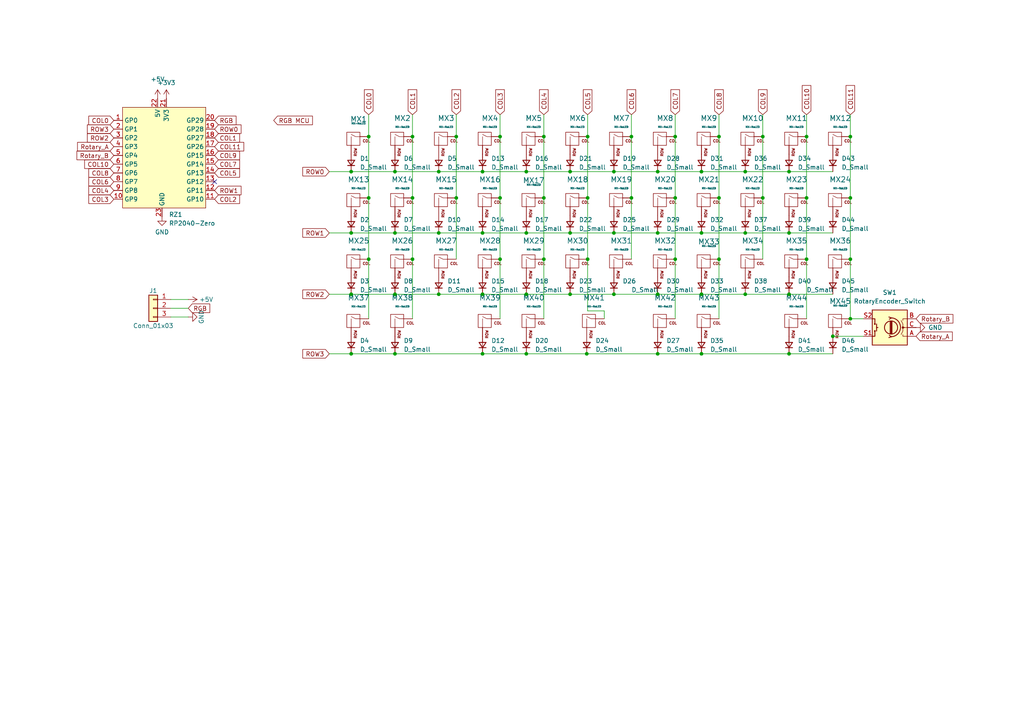
<source format=kicad_sch>
(kicad_sch (version 20230121) (generator eeschema)
  (paper "A4")
  (lib_symbols
    (symbol "Device:D_Small" (pin_numbers hide) (pin_names (offset 0.254) hide)
      (property "Reference" "D" (at -1.27 2.032 0))
      (property "Value" "D_Small" (at -3.81 -2.032 0))
      (symbol "D_Small_0_1"
        (polyline (pts (xy -0.762 -1.016) (xy -0.762 1.016)) (stroke (width 0.254)))
        (polyline (pts (xy -0.762 0) (xy 0.762 0)))
        (polyline (pts (xy 0.762 -1.016) (xy -0.762 0) (xy 0.762 1.016) (xy 0.762 -1.016)) (stroke (width 0.254)))
      )
      (symbol "D_Small_1_1"
        (pin passive line (at -2.54 0 0) (length 1.778) (name "K") (number "1"))
        (pin passive line (at 2.54 0 180) (length 1.778) (name "A") (number "2"))
      )
    )
    (symbol "Device:RotaryEncoder_Switch" (pin_names (offset 0.254) hide)
      (property "Reference" "SW" (at 0 6.604 0))
      (property "Value" "RotaryEncoder_Switch" (at 0 -6.604 0))
      (symbol "RotaryEncoder_Switch_0_1"
        (rectangle (start -5.08 5.08) (end 5.08 -5.08) (stroke (width 0.254)) (fill (type background)))
        (circle (center -3.81 0) (radius 0.254) (fill (type outline)))
        (circle (center -0.381 0) (radius 1.905) (stroke (width 0.254)))
        (arc (start -0.381 2.667) (mid -3.0988 -0.0635) (end -0.381 -2.794) (stroke (width 0.254)))
        (polyline (pts (xy -0.635 -1.778) (xy -0.635 1.778)) (stroke (width 0.254)))
        (polyline (pts (xy -0.381 -1.778) (xy -0.381 1.778)) (stroke (width 0.254)))
        (polyline (pts (xy -0.127 1.778) (xy -0.127 -1.778)) (stroke (width 0.254)))
        (polyline (pts (xy 3.81 0) (xy 3.429 0)) (stroke (width 0.254)))
        (polyline (pts (xy 3.81 1.016) (xy 3.81 -1.016)) (stroke (width 0.254)))
        (polyline (pts (xy -5.08 -2.54) (xy -3.81 -2.54) (xy -3.81 -2.032)))
        (polyline (pts (xy -5.08 2.54) (xy -3.81 2.54) (xy -3.81 2.032)))
        (polyline (pts (xy 0.254 -3.048) (xy -0.508 -2.794) (xy 0.127 -2.413)) (stroke (width 0.254)))
        (polyline (pts (xy 0.254 2.921) (xy -0.508 2.667) (xy 0.127 2.286)) (stroke (width 0.254)))
        (polyline (pts (xy 5.08 -2.54) (xy 4.318 -2.54) (xy 4.318 -1.016)) (stroke (width 0.254)))
        (polyline (pts (xy 5.08 2.54) (xy 4.318 2.54) (xy 4.318 1.016)) (stroke (width 0.254)))
        (polyline (pts (xy -5.08 0) (xy -3.81 0) (xy -3.81 -1.016) (xy -3.302 -2.032)))
        (polyline (pts (xy -4.318 0) (xy -3.81 0) (xy -3.81 1.016) (xy -3.302 2.032)))
        (circle (center 4.318 -1.016) (radius 0.127) (stroke (width 0.254)))
        (circle (center 4.318 1.016) (radius 0.127) (stroke (width 0.254)))
      )
      (symbol "RotaryEncoder_Switch_1_1"
        (pin passive line (at -7.62 2.54 0) (length 2.54) (name "A") (number "A"))
        (pin passive line (at -7.62 -2.54 0) (length 2.54) (name "B") (number "B"))
        (pin passive line (at -7.62 0 0) (length 2.54) (name "C") (number "C"))
        (pin passive line (at 7.62 2.54 180) (length 2.54) (name "S1") (number "S1"))
        (pin passive line (at 7.62 -2.54 180) (length 2.54) (name "S2") (number "S2"))
      )
    )
    (symbol "MX_Alps_Hybrid:MX-NoLED" (pin_names (offset 1.016))
      (property "Reference" "MX" (at -0.635 3.81 0))
      (property "Value" "MX-NoLED" (at -0.635 1.27 0))
      (symbol "MX-NoLED_0_0"
        (rectangle (start -2.54 2.54) (end 1.27 -1.27))
        (polyline (pts (xy -1.27 -1.27) (xy -1.27 1.27)) (stroke (width 0.127)))
        (polyline (pts (xy 1.27 1.27) (xy 0 1.27) (xy -1.27 1.905)) (stroke (width 0.127)))
        (text "COL" (at 3.175 0 0) (effects (font (size 0.762 0.762))))
        (text "ROW" (at 0 -1.905 900) (effects (font (size 0.762 0.762)) (justify right)))
      )
      (symbol "MX-NoLED_1_1"
        (pin passive line (at 3.81 1.27 180) (length 2.54) (name "COL") (number "1"))
        (pin passive line (at -1.27 -3.81 90) (length 2.54) (name "ROW") (number "2"))
      )
    )
    (symbol "alpha_pro_micro-rescue:Conn_01x03" (pin_names (offset 1.016) hide)
      (property "Reference" "J" (at 0 5.08 0))
      (property "Value" "Conn_01x03" (at 0 -5.08 0))
      (symbol "Conn_01x03_1_1"
        (rectangle (start -1.27 -2.413) (end 0 -2.667) (stroke (width 0.1524)))
        (rectangle (start -1.27 0.127) (end 0 -0.127) (stroke (width 0.1524)))
        (rectangle (start -1.27 2.667) (end 0 2.413) (stroke (width 0.1524)))
        (rectangle (start -1.27 3.81) (end 1.27 -3.81) (stroke (width 0.254)) (fill (type background)))
        (pin passive line (at -5.08 2.54 0) (length 3.81) (name "Pin_1") (number "1"))
        (pin passive line (at -5.08 0 0) (length 3.81) (name "Pin_2") (number "2"))
        (pin passive line (at -5.08 -2.54 0) (length 3.81) (name "Pin_3") (number "3"))
      )
    )
    (symbol "power:+3V3" (power) (pin_names (offset 0))
      (property "Value" "+3V3" (at 0 3.556 0))
      (symbol "+3V3_0_1"
        (polyline (pts (xy -0.762 1.27) (xy 0 2.54)))
        (polyline (pts (xy 0 0) (xy 0 2.54)))
        (polyline (pts (xy 0 2.54) (xy 0.762 1.27)))
      )
      (symbol "+3V3_1_1"
        (pin power_in line (at 0 0 90) (length 0) hide (name "+3V3") (number "1"))
      )
    )
    (symbol "power:+5V" (power) (pin_names (offset 0))
      (property "Value" "+5V" (at 0 3.556 0))
      (symbol "+5V_0_1"
        (polyline (pts (xy -0.762 1.27) (xy 0 2.54)))
        (polyline (pts (xy 0 0) (xy 0 2.54)))
        (polyline (pts (xy 0 2.54) (xy 0.762 1.27)))
      )
      (symbol "+5V_1_1"
        (pin power_in line (at 0 0 90) (length 0) hide (name "+5V") (number "1"))
      )
    )
    (symbol "power:GND" (power) (pin_names (offset 0))
      (property "Value" "GND" (at 0 -3.81 0))
      (symbol "GND_0_1"
        (polyline (pts (xy 0 0) (xy 0 -1.27) (xy 1.27 -1.27) (xy 0 -2.54) (xy -1.27 -1.27) (xy 0 -1.27)))
      )
      (symbol "GND_1_1"
        (pin power_in line (at 0 0 270) (length 0) hide (name "GND") (number "1"))
      )
    )
    (symbol "rp2040-zero:RP2040-Zero"
      (property "Reference" "RZ" (at 0 0 0))
      (property "Value" "RP2040-Zero" (at 0 -2.54 0))
      (symbol "RP2040-Zero_0_1"
        (rectangle (start -11.43 -15.24) (end 12.7 13.97) (fill (type background)))
      )
      (symbol "RP2040-Zero_1_1"
        (pin bidirectional line (at -13.97 10.16 0) (length 2.54) (name "GP0") (number "1"))
        (pin bidirectional line (at -13.97 -12.7 0) (length 2.54) (name "GP9") (number "10"))
        (pin bidirectional line (at 15.24 -12.7 180) (length 2.54) (name "GP10") (number "11"))
        (pin bidirectional line (at 15.24 -10.16 180) (length 2.54) (name "GP11") (number "12"))
        (pin bidirectional line (at 15.24 -7.62 180) (length 2.54) (name "GP12") (number "13"))
        (pin bidirectional line (at 15.24 -5.08 180) (length 2.54) (name "GP13") (number "14"))
        (pin bidirectional line (at 15.24 -2.54 180) (length 2.54) (name "GP14") (number "15"))
        (pin bidirectional line (at 15.24 0 180) (length 2.54) (name "GP15") (number "16"))
        (pin bidirectional line (at 15.24 2.54 180) (length 2.54) (name "GP26") (number "17"))
        (pin bidirectional line (at 15.24 5.08 180) (length 2.54) (name "GP27") (number "18"))
        (pin bidirectional line (at 15.24 7.62 180) (length 2.54) (name "GP28") (number "19"))
        (pin bidirectional line (at -13.97 7.62 0) (length 2.54) (name "GP1") (number "2"))
        (pin bidirectional line (at 15.24 10.16 180) (length 2.54) (name "GP29") (number "20"))
        (pin power_in line (at 1.27 16.51 270) (length 2.54) (name "3V3") (number "21"))
        (pin power_in line (at -1.27 16.51 270) (length 2.54) (name "5V") (number "22"))
        (pin power_in line (at 0 -17.78 90) (length 2.54) (name "GND") (number "23"))
        (pin bidirectional line (at -13.97 5.08 0) (length 2.54) (name "GP2") (number "3"))
        (pin bidirectional line (at -13.97 2.54 0) (length 2.54) (name "GP3") (number "4"))
        (pin bidirectional line (at -13.97 0 0) (length 2.54) (name "GP4") (number "5"))
        (pin bidirectional line (at -13.97 -2.54 0) (length 2.54) (name "GP5") (number "6"))
        (pin bidirectional line (at -13.97 -5.08 0) (length 2.54) (name "GP6") (number "7"))
        (pin bidirectional line (at -13.97 -7.62 0) (length 2.54) (name "GP7") (number "8"))
        (pin bidirectional line (at -13.97 -10.16 0) (length 2.54) (name "GP8") (number "9"))
      )
    )
  )
  (junction (at 190.754 85.344))
  (junction (at 195.834 75.184))
  (junction (at 165.354 85.344))
  (junction (at 228.854 102.616))
  (junction (at 139.954 67.564))
  (junction (at 246.634 92.456))
  (junction (at 241.554 97.536))
  (junction (at 178.054 67.564))
  (junction (at 208.534 57.404))
  (junction (at 152.654 102.616))
  (junction (at 170.18 102.616))
  (junction (at 101.854 67.564))
  (junction (at 216.154 85.344))
  (junction (at 157.734 57.404))
  (junction (at 170.434 57.404))
  (junction (at 195.834 57.404))
  (junction (at 132.334 39.624))
  (junction (at 139.954 49.784))
  (junction (at 228.854 85.344))
  (junction (at 165.354 49.784))
  (junction (at 119.634 57.404))
  (junction (at 190.754 102.616))
  (junction (at 152.654 85.344))
  (junction (at 101.854 85.344))
  (junction (at 246.634 75.184))
  (junction (at 101.854 49.784))
  (junction (at 233.934 39.624))
  (junction (at 119.634 75.184))
  (junction (at 208.534 39.624))
  (junction (at 145.034 75.184))
  (junction (at 165.354 67.564))
  (junction (at 208.534 75.184))
  (junction (at 101.854 102.616))
  (junction (at 203.454 102.616))
  (junction (at 203.454 85.344))
  (junction (at 114.554 49.784))
  (junction (at 195.834 39.624))
  (junction (at 216.154 49.784))
  (junction (at 145.034 39.624))
  (junction (at 139.954 102.616))
  (junction (at 114.554 67.564))
  (junction (at 178.054 49.784))
  (junction (at 178.054 85.344))
  (junction (at 246.634 57.404))
  (junction (at 127.254 85.344))
  (junction (at 132.334 57.404))
  (junction (at 114.554 102.616))
  (junction (at 170.434 39.624))
  (junction (at 233.934 57.404))
  (junction (at 114.554 85.344))
  (junction (at 221.234 57.404))
  (junction (at 221.234 39.624))
  (junction (at 170.434 75.184))
  (junction (at 228.854 49.784))
  (junction (at 228.854 67.564))
  (junction (at 127.254 49.784))
  (junction (at 152.654 67.564))
  (junction (at 246.634 39.624))
  (junction (at 157.734 39.624))
  (junction (at 145.034 57.404))
  (junction (at 183.134 39.624))
  (junction (at 203.454 49.784))
  (junction (at 106.934 57.404))
  (junction (at 106.934 75.184))
  (junction (at 216.154 67.564))
  (junction (at 190.754 49.784))
  (junction (at 119.634 39.624))
  (junction (at 203.454 67.564))
  (junction (at 152.654 49.784))
  (junction (at 157.734 75.184))
  (junction (at 106.934 39.624))
  (junction (at 233.934 75.184))
  (junction (at 139.954 85.344))
  (junction (at 127.254 67.564))
  (junction (at 183.134 57.404))
  (junction (at 190.754 67.564))
  (no_connect (at 62.23 52.705))
  (wire (pts (xy 95.504 49.784) (xy 101.854 49.784)))
  (wire (pts (xy 228.854 102.616) (xy 241.554 102.616)))
  (wire (pts (xy 106.934 33.274) (xy 106.934 39.624)))
  (wire (pts (xy 122.555 236.855) (xy 122.555 230.505)))
  (wire (pts (xy 183.134 39.624) (xy 183.134 57.404)))
  (wire (pts (xy 221.234 57.404) (xy 221.234 75.184)))
  (wire (pts (xy 203.454 67.564) (xy 216.154 67.564)))
  (wire (pts (xy 170.434 33.274) (xy 170.434 39.624)))
  (wire (pts (xy 106.934 39.624) (xy 106.934 57.404)))
  (wire (pts (xy 203.454 102.616) (xy 228.854 102.616)))
  (wire (pts (xy 190.754 67.564) (xy 203.454 67.564)))
  (wire (pts (xy 157.734 57.404) (xy 157.734 75.184)))
  (wire (pts (xy 139.954 85.344) (xy 152.654 85.344)))
  (wire (pts (xy 216.154 49.784) (xy 228.854 49.784)))
  (wire (pts (xy 139.954 49.784) (xy 152.654 49.784)))
  (wire (pts (xy 246.634 75.184) (xy 246.634 92.456)))
  (wire (pts (xy 152.654 67.564) (xy 165.354 67.564)))
  (wire (pts (xy 246.634 33.274) (xy 246.634 39.624)))
  (wire (pts (xy 246.634 39.624) (xy 246.634 57.404)))
  (wire (pts (xy 175.26 90.17) (xy 175.26 92.456)))
  (wire (pts (xy 183.134 57.404) (xy 183.134 75.184)))
  (wire (pts (xy 54.61 91.948) (xy 49.53 91.948)))
  (wire (pts (xy 119.634 57.404) (xy 119.634 75.184)))
  (wire (pts (xy 178.054 85.344) (xy 190.754 85.344)))
  (wire (pts (xy 233.934 33.274) (xy 233.934 39.624)))
  (wire (pts (xy 208.534 33.274) (xy 208.534 39.624)))
  (wire (pts (xy 95.504 102.616) (xy 101.854 102.616)))
  (wire (pts (xy 132.334 33.274) (xy 132.334 39.624)))
  (wire (pts (xy 145.034 39.624) (xy 145.034 57.404)))
  (wire (pts (xy 221.234 33.274) (xy 221.234 39.624)))
  (wire (pts (xy 170.18 102.616) (xy 190.754 102.616)))
  (wire (pts (xy 95.504 67.564) (xy 101.854 67.564)))
  (wire (pts (xy 208.534 57.404) (xy 208.534 75.184)))
  (wire (pts (xy 106.934 57.404) (xy 106.934 75.184)))
  (wire (pts (xy 145.034 92.456) (xy 145.034 75.184)))
  (wire (pts (xy 165.354 67.564) (xy 178.054 67.564)))
  (wire (pts (xy 123.825 229.235) (xy 123.825 234.315)))
  (wire (pts (xy 178.054 67.564) (xy 190.754 67.564)))
  (wire (pts (xy 170.434 90.17) (xy 175.26 90.17)))
  (wire (pts (xy 114.554 49.784) (xy 127.254 49.784)))
  (wire (pts (xy 127.254 67.564) (xy 139.954 67.564)))
  (wire (pts (xy 233.934 39.624) (xy 233.934 57.404)))
  (wire (pts (xy 216.154 85.344) (xy 228.854 85.344)))
  (wire (pts (xy 190.754 102.616) (xy 203.454 102.616)))
  (wire (pts (xy 203.454 49.784) (xy 216.154 49.784)))
  (wire (pts (xy 152.654 85.344) (xy 165.354 85.344)))
  (wire (pts (xy 195.834 75.184) (xy 195.834 92.456)))
  (wire (pts (xy 95.504 85.344) (xy 101.854 85.344)))
  (wire (pts (xy 250.444 92.456) (xy 246.634 92.456)))
  (wire (pts (xy 54.61 86.868) (xy 49.53 86.868)))
  (wire (pts (xy 127.254 49.784) (xy 139.954 49.784)))
  (wire (pts (xy 119.634 39.624) (xy 119.634 57.404)))
  (wire (pts (xy 152.654 102.616) (xy 170.18 102.616)))
  (wire (pts (xy 54.61 89.408) (xy 49.53 89.408)))
  (wire (pts (xy 165.354 85.344) (xy 178.054 85.344)))
  (wire (pts (xy 101.854 49.784) (xy 114.554 49.784)))
  (wire (pts (xy 114.554 102.616) (xy 139.954 102.616)))
  (wire (pts (xy 132.334 57.404) (xy 132.334 75.184)))
  (wire (pts (xy 152.654 49.784) (xy 165.354 49.784)))
  (wire (pts (xy 139.954 67.564) (xy 152.654 67.564)))
  (wire (pts (xy 119.634 75.184) (xy 119.634 92.456)))
  (wire (pts (xy 165.354 49.784) (xy 178.054 49.784)))
  (wire (pts (xy 183.134 33.274) (xy 183.134 39.624)))
  (wire (pts (xy 101.854 67.564) (xy 114.554 67.564)))
  (wire (pts (xy 139.954 102.616) (xy 152.654 102.616)))
  (wire (pts (xy 228.854 85.344) (xy 241.554 85.344)))
  (wire (pts (xy 157.734 39.624) (xy 157.734 57.404)))
  (wire (pts (xy 195.834 33.274) (xy 195.834 39.624)))
  (wire (pts (xy 208.534 92.456) (xy 208.534 75.184)))
  (wire (pts (xy 123.825 236.855) (xy 122.555 236.855)))
  (wire (pts (xy 157.734 75.184) (xy 157.734 92.456)))
  (wire (pts (xy 106.934 75.184) (xy 106.934 92.456)))
  (wire (pts (xy 228.854 49.784) (xy 241.554 49.784)))
  (wire (pts (xy 145.034 57.404) (xy 145.034 75.184)))
  (wire (pts (xy 216.154 67.564) (xy 228.854 67.564)))
  (wire (pts (xy 145.034 33.274) (xy 145.034 39.624)))
  (wire (pts (xy 233.934 57.404) (xy 233.934 75.184)))
  (wire (pts (xy 246.634 57.404) (xy 246.634 75.184)))
  (wire (pts (xy 114.554 67.564) (xy 127.254 67.564)))
  (wire (pts (xy 170.434 75.184) (xy 170.434 90.17)))
  (wire (pts (xy 195.834 39.624) (xy 195.834 57.404)))
  (wire (pts (xy 101.854 85.344) (xy 114.554 85.344)))
  (wire (pts (xy 127.254 85.344) (xy 139.954 85.344)))
  (wire (pts (xy 241.554 97.536) (xy 250.444 97.536)))
  (wire (pts (xy 114.554 85.344) (xy 127.254 85.344)))
  (wire (pts (xy 195.834 57.404) (xy 195.834 75.184)))
  (wire (pts (xy 157.734 33.274) (xy 157.734 39.624)))
  (wire (pts (xy 190.754 85.344) (xy 203.454 85.344)))
  (wire (pts (xy 101.854 102.616) (xy 114.554 102.616)))
  (wire (pts (xy 228.854 67.564) (xy 241.554 67.564)))
  (wire (pts (xy 221.234 39.624) (xy 221.234 57.404)))
  (wire (pts (xy 170.434 57.404) (xy 170.434 75.184)))
  (wire (pts (xy 170.434 39.624) (xy 170.434 57.404)))
  (wire (pts (xy 178.054 49.784) (xy 190.754 49.784)))
  (wire (pts (xy 203.454 85.344) (xy 216.154 85.344)))
  (wire (pts (xy 132.334 39.624) (xy 132.334 57.404)))
  (wire (pts (xy 190.754 49.784) (xy 203.454 49.784)))
  (wire (pts (xy 119.634 33.274) (xy 119.634 39.624)))
  (wire (pts (xy 233.934 92.456) (xy 233.934 75.184)))
  (wire (pts (xy 208.534 39.624) (xy 208.534 57.404)))
  (global_label "Rotary_B" (shape input) (at 33.02 45.085 180) (property "Intersheetrefs" "${INTERSHEET_REFS}" (effects hide)))
  (global_label "Rotary_B" (shape input) (at 265.684 92.456 0) (property "Intersheetrefs" "${INTERSHEET_REFS}" (effects hide)))
  (global_label "COL2" (shape input) (at 62.23 57.785 0) (property "Intersheetrefs" "${INTERSHEET_REFS}" (effects hide)))
  (global_label "COL0" (shape input) (at 33.02 34.925 180) (property "Intersheetrefs" "${INTERSHEET_REFS}" (effects hide)))
  (global_label "COL10" (shape input) (at 233.934 33.274 90) (property "Intersheetrefs" "${INTERSHEET_REFS}" (effects hide)))
  (global_label "RGB" (shape input) (at 54.61 89.408 0) (property "Intersheetrefs" "${INTERSHEET_REFS}" (effects hide)))
  (global_label "COL3" (shape input) (at 145.034 33.274 90) (property "Intersheetrefs" "${INTERSHEET_REFS}" (effects hide)))
  (global_label "ROW0" (shape input) (at 62.23 37.465 0) (property "Intersheetrefs" "${INTERSHEET_REFS}" (effects hide)))
  (global_label "COL7" (shape input) (at 62.23 47.625 0) (property "Intersheetrefs" "${INTERSHEET_REFS}" (effects hide)))
  (global_label "COL4" (shape input) (at 33.02 55.245 180) (property "Intersheetrefs" "${INTERSHEET_REFS}" (effects hide)))
  (global_label "ROW1" (shape input) (at 95.504 67.564 180) (property "Intersheetrefs" "${INTERSHEET_REFS}" (effects hide)))
  (global_label "COL9" (shape input) (at 221.234 33.274 90) (property "Intersheetrefs" "${INTERSHEET_REFS}" (effects hide)))
  (global_label "COL1" (shape input) (at 119.634 33.274 90) (property "Intersheetrefs" "${INTERSHEET_REFS}" (effects hide)))
  (global_label "ROW1" (shape input) (at 62.23 55.245 0) (property "Intersheetrefs" "${INTERSHEET_REFS}" (effects hide)))
  (global_label "COL5" (shape input) (at 170.434 33.274 90) (property "Intersheetrefs" "${INTERSHEET_REFS}" (effects hide)))
  (global_label "COL6" (shape input) (at 33.02 52.705 180) (property "Intersheetrefs" "${INTERSHEET_REFS}" (effects hide)))
  (global_label "RGB MCU" (shape input) (at 79.375 34.925 0) (property "Intersheetrefs" "${INTERSHEET_REFS}" (effects hide)))
  (global_label "COL5" (shape input) (at 62.23 50.165 0) (property "Intersheetrefs" "${INTERSHEET_REFS}" (effects hide)))
  (global_label "Rotary_A" (shape input) (at 265.684 97.536 0) (property "Intersheetrefs" "${INTERSHEET_REFS}" (effects hide)))
  (global_label "COL3" (shape input) (at 33.02 57.785 180) (property "Intersheetrefs" "${INTERSHEET_REFS}" (effects hide)))
  (global_label "COL8" (shape input) (at 33.02 50.165 180) (property "Intersheetrefs" "${INTERSHEET_REFS}" (effects hide)))
  (global_label "ROW3" (shape input) (at 33.02 37.465 180) (property "Intersheetrefs" "${INTERSHEET_REFS}" (effects hide)))
  (global_label "ROW0" (shape input) (at 95.504 49.784 180) (property "Intersheetrefs" "${INTERSHEET_REFS}" (effects hide)))
  (global_label "ROW3" (shape input) (at 95.504 102.616 180) (property "Intersheetrefs" "${INTERSHEET_REFS}" (effects hide)))
  (global_label "ROW2" (shape input) (at 95.504 85.344 180) (property "Intersheetrefs" "${INTERSHEET_REFS}" (effects hide)))
  (global_label "COL1" (shape input) (at 62.23 40.005 0) (property "Intersheetrefs" "${INTERSHEET_REFS}" (effects hide)))
  (global_label "COL11" (shape input) (at 246.634 33.274 90) (property "Intersheetrefs" "${INTERSHEET_REFS}" (effects hide)))
  (global_label "COL0" (shape input) (at 106.934 33.274 90) (property "Intersheetrefs" "${INTERSHEET_REFS}" (effects hide)))
  (global_label "RGB" (shape input) (at 62.23 34.925 0) (property "Intersheetrefs" "${INTERSHEET_REFS}" (effects hide)))
  (global_label "COL4" (shape input) (at 157.734 33.274 90) (property "Intersheetrefs" "${INTERSHEET_REFS}" (effects hide)))
  (global_label "COL2" (shape input) (at 132.334 33.274 90) (property "Intersheetrefs" "${INTERSHEET_REFS}" (effects hide)))
  (global_label "COL6" (shape input) (at 183.134 33.274 90) (property "Intersheetrefs" "${INTERSHEET_REFS}" (effects hide)))
  (global_label "ROW2" (shape input) (at 33.02 40.005 180) (property "Intersheetrefs" "${INTERSHEET_REFS}" (effects hide)))
  (global_label "COL9" (shape input) (at 62.23 45.085 0) (property "Intersheetrefs" "${INTERSHEET_REFS}" (effects hide)))
  (global_label "Rotary_A" (shape input) (at 33.02 42.545 180) (property "Intersheetrefs" "${INTERSHEET_REFS}" (effects hide)))
  (global_label "COL10" (shape input) (at 33.02 47.625 180) (property "Intersheetrefs" "${INTERSHEET_REFS}" (effects hide)))
  (global_label "COL7" (shape input) (at 195.834 33.274 90) (property "Intersheetrefs" "${INTERSHEET_REFS}" (effects hide)))
  (global_label "COL11" (shape input) (at 62.23 42.545 0) (property "Intersheetrefs" "${INTERSHEET_REFS}" (effects hide)))
  (global_label "COL8" (shape input) (at 208.534 33.274 90) (property "Intersheetrefs" "${INTERSHEET_REFS}" (effects hide)))
  (symbol (lib_id "Device:D_Small") (at 241.554 82.804 90) (unit 1)
    (property "Reference" "D45" (at 244.094 81.5339 90) (effects (justify right)))
    (property "Value" "D_Small" (at 244.094 84.0739 90) (effects (justify right)))
    (property "Footprint" "Keebio-Parts:Diode-Hybrid-Back" (effects hide))
  )
  (symbol (lib_id "MX_Alps_Hybrid:MX-NoLED") (at 230.124 93.726 0) (unit 1)
    (property "Reference" "MX44" (at 231.0096 86.36 0) (effects (font (size 1.524 1.524))))
    (property "Value" "MX-NoLED" (at 231.0096 88.9 0) (effects (font (size 0.508 0.508))))
    (property "Footprint" "MX_Only:MXOnly-1U-NoLED" (effects hide))
  )
  (symbol (lib_id "Device:D_Small") (at 228.854 65.024 90) (unit 1)
    (property "Reference" "D39" (at 231.394 63.7539 90) (effects (justify right)))
    (property "Value" "D_Small" (at 231.394 66.2939 90) (effects (justify right)))
    (property "Footprint" "Keebio-Parts:Diode-Hybrid-Back" (effects hide))
  )
  (symbol (lib_id "MX_Alps_Hybrid:MX-NoLED") (at 166.624 40.894 0) (unit 1)
    (property "Reference" "MX6" (at 167.5096 34.29 0) (effects (font (size 1.524 1.524))))
    (property "Value" "MX-NoLED" (at 167.5096 36.83 0) (effects (font (size 0.508 0.508))))
    (property "Footprint" "MX_Only:MXOnly-1U-NoLED" (effects hide))
  )
  (symbol (lib_id "MX_Alps_Hybrid:MX-NoLED") (at 171.45 93.726 0) (unit 1)
    (property "Reference" "MX41" (at 172.3356 86.36 0) (effects (font (size 1.524 1.524))))
    (property "Value" "MX-NoLED" (at 172.3356 88.9 0) (effects (font (size 0.508 0.508))))
    (property "Footprint" "MX_Only:MXOnly-7U-ReversedStabilizers-NoLED" (effects hide))
  )
  (symbol (lib_id "Device:D_Small") (at 114.554 82.804 90) (unit 1)
    (property "Reference" "D8" (at 117.094 81.5339 90) (effects (justify right)))
    (property "Value" "D_Small" (at 117.094 84.0739 90) (effects (justify right)))
    (property "Footprint" "Keebio-Parts:Diode-Hybrid-Back" (effects hide))
  )
  (symbol (lib_id "Device:D_Small") (at 203.454 47.244 90) (unit 1)
    (property "Reference" "D31" (at 205.994 45.9739 90) (effects (justify right)))
    (property "Value" "D_Small" (at 205.994 48.5139 90) (effects (justify right)))
    (property "Footprint" "Keebio-Parts:Diode-Hybrid-Back" (effects hide))
  )
  (symbol (lib_id "MX_Alps_Hybrid:MX-NoLED") (at 115.824 40.894 0) (unit 1)
    (property "Reference" "MX2" (at 116.7096 34.29 0) (effects (font (size 1.524 1.524))))
    (property "Value" "MX-NoLED" (at 116.7096 36.83 0) (effects (font (size 0.508 0.508))))
    (property "Footprint" "MX_Only:MXOnly-1U-NoLED" (effects hide))
  )
  (symbol (lib_id "MX_Alps_Hybrid:MX-NoLED") (at 115.824 76.454 0) (unit 1)
    (property "Reference" "MX26" (at 116.7096 69.85 0) (effects (font (size 1.524 1.524))))
    (property "Value" "MX-NoLED" (at 116.7096 72.39 0) (effects (font (size 0.508 0.508))))
    (property "Footprint" "MX_Only:MXOnly-1U-NoLED" (effects hide))
  )
  (symbol (lib_id "Device:D_Small") (at 170.18 100.076 90) (unit 1)
    (property "Reference" "D24" (at 172.72 98.8059 90) (effects (justify right)))
    (property "Value" "D_Small" (at 172.72 101.3459 90) (effects (justify right)))
    (property "Footprint" "Keebio-Parts:Diode-Hybrid-Back" (effects hide))
  )
  (symbol (lib_id "MX_Alps_Hybrid:MX-NoLED") (at 141.224 40.894 0) (unit 1)
    (property "Reference" "MX4" (at 142.1096 34.29 0) (effects (font (size 1.524 1.524))))
    (property "Value" "MX-NoLED" (at 142.1096 36.83 0) (effects (font (size 0.508 0.508))))
    (property "Footprint" "MX_Only:MXOnly-1U-NoLED" (effects hide))
  )
  (symbol (lib_id "Device:D_Small") (at 190.754 100.076 90) (unit 1)
    (property "Reference" "D27" (at 193.294 98.8059 90) (effects (justify right)))
    (property "Value" "D_Small" (at 193.294 101.3459 90) (effects (justify right)))
    (property "Footprint" "Keebio-Parts:Diode-Hybrid-Back" (effects hide))
  )
  (symbol (lib_id "MX_Alps_Hybrid:MX-NoLED") (at 192.024 76.454 0) (unit 1)
    (property "Reference" "MX32" (at 192.9096 69.85 0) (effects (font (size 1.524 1.524))))
    (property "Value" "MX-NoLED" (at 192.9096 72.39 0) (effects (font (size 0.508 0.508))))
    (property "Footprint" "MX_Only:MXOnly-1U-NoLED" (effects hide))
  )
  (symbol (lib_id "MX_Alps_Hybrid:MX-NoLED") (at 115.824 58.674 0) (unit 1)
    (property "Reference" "MX14" (at 116.7096 52.07 0) (effects (font (size 1.524 1.524))))
    (property "Value" "MX-NoLED" (at 116.7096 54.61 0) (effects (font (size 0.508 0.508))))
    (property "Footprint" "MX_Only:MXOnly-1U-NoLED" (effects hide))
  )
  (symbol (lib_id "MX_Alps_Hybrid:MX-NoLED") (at 103.124 93.726 0) (unit 1)
    (property "Reference" "MX37" (at 104.0096 86.36 0) (effects (font (size 1.524 1.524))))
    (property "Value" "MX-NoLED" (at 104.0096 88.9 0) (effects (font (size 0.508 0.508))))
    (property "Footprint" "MX_Only:MXOnly-1.25U-NoLED" (effects hide))
  )
  (symbol (lib_id "Device:D_Small") (at 203.454 100.076 90) (unit 1)
    (property "Reference" "D35" (at 205.994 98.8059 90) (effects (justify right)))
    (property "Value" "D_Small" (at 205.994 101.3459 90) (effects (justify right)))
    (property "Footprint" "Keebio-Parts:Diode-Hybrid-Back" (effects hide))
  )
  (symbol (lib_id "Device:D_Small") (at 228.854 100.076 90) (unit 1)
    (property "Reference" "D41" (at 231.394 98.8059 90) (effects (justify right)))
    (property "Value" "D_Small" (at 231.394 101.3459 90) (effects (justify right)))
    (property "Footprint" "Keebio-Parts:Diode-Hybrid-Back" (effects hide))
  )
  (symbol (lib_id "Device:D_Small") (at 127.254 82.804 90) (unit 1)
    (property "Reference" "D11" (at 129.794 81.5339 90) (effects (justify right)))
    (property "Value" "D_Small" (at 129.794 84.0739 90) (effects (justify right)))
    (property "Footprint" "Keebio-Parts:Diode-Hybrid-Back" (effects hide))
  )
  (symbol (lib_id "MX_Alps_Hybrid:MX-NoLED") (at 179.324 40.894 0) (unit 1)
    (property "Reference" "MX7" (at 180.2096 34.29 0) (effects (font (size 1.524 1.524))))
    (property "Value" "MX-NoLED" (at 180.2096 36.83 0) (effects (font (size 0.508 0.508))))
    (property "Footprint" "MX_Only:MXOnly-1U-NoLED" (effects hide))
  )
  (symbol (lib_id "MX_Alps_Hybrid:MX-NoLED") (at 217.424 58.674 0) (unit 1)
    (property "Reference" "MX22" (at 218.3096 52.07 0) (effects (font (size 1.524 1.524))))
    (property "Value" "MX-NoLED" (at 218.3096 54.61 0) (effects (font (size 0.508 0.508))))
    (property "Footprint" "MX_Only:MXOnly-1U-NoLED" (effects hide))
  )
  (symbol (lib_id "Device:D_Small") (at 101.854 47.244 90) (unit 1)
    (property "Reference" "D1" (at 104.394 45.9739 90) (effects (justify right)))
    (property "Value" "D_Small" (at 104.394 48.5139 90) (effects (justify right)))
    (property "Footprint" "Keebio-Parts:Diode-Hybrid-Back" (effects hide))
  )
  (symbol (lib_id "Device:D_Small") (at 139.954 65.024 90) (unit 1)
    (property "Reference" "D14" (at 142.494 63.7539 90) (effects (justify right)))
    (property "Value" "D_Small" (at 142.494 66.2939 90) (effects (justify right)))
    (property "Footprint" "Keebio-Parts:Diode-Hybrid-Back" (effects hide))
  )
  (symbol (lib_id "Device:D_Small") (at 139.954 47.244 90) (unit 1)
    (property "Reference" "D13" (at 142.494 45.9739 90) (effects (justify right)))
    (property "Value" "D_Small" (at 142.494 48.5139 90) (effects (justify right)))
    (property "Footprint" "Keebio-Parts:Diode-Hybrid-Back" (effects hide))
  )
  (symbol (lib_id "MX_Alps_Hybrid:MX-NoLED") (at 230.124 58.674 0) (unit 1)
    (property "Reference" "MX23" (at 231.0096 52.07 0) (effects (font (size 1.524 1.524))))
    (property "Value" "MX-NoLED" (at 231.0096 54.61 0) (effects (font (size 0.508 0.508))))
    (property "Footprint" "MX_Only:MXOnly-1U-NoLED" (effects hide))
  )
  (symbol (lib_id "Device:D_Small") (at 178.054 47.244 90) (unit 1)
    (property "Reference" "D19" (at 180.594 45.9739 90) (effects (justify right)))
    (property "Value" "D_Small" (at 180.594 48.5139 90) (effects (justify right)))
    (property "Footprint" "Keebio-Parts:Diode-Hybrid-Back" (effects hide))
  )
  (symbol (lib_id "Device:D_Small") (at 241.554 65.024 90) (unit 1)
    (property "Reference" "D44" (at 244.094 63.7539 90) (effects (justify right)))
    (property "Value" "D_Small" (at 244.094 66.2939 90) (effects (justify right)))
    (property "Footprint" "Keebio-Parts:Diode-Hybrid-Back" (effects hide))
  )
  (symbol (lib_id "MX_Alps_Hybrid:MX-NoLED") (at 166.624 76.454 0) (unit 1)
    (property "Reference" "MX30" (at 167.5096 69.85 0) (effects (font (size 1.524 1.524))))
    (property "Value" "MX-NoLED" (at 167.5096 72.39 0) (effects (font (size 0.508 0.508))))
    (property "Footprint" "MX_Only:MXOnly-1U-NoLED" (effects hide))
  )
  (symbol (lib_id "Device:D_Small") (at 228.854 82.804 90) (unit 1)
    (property "Reference" "D40" (at 231.394 81.5339 90) (effects (justify right)))
    (property "Value" "D_Small" (at 233.934 84.0739 90) (effects (justify right)))
    (property "Footprint" "Keebio-Parts:Diode-Hybrid-Back" (effects hide))
  )
  (symbol (lib_id "Device:D_Small") (at 101.854 82.804 90) (unit 1)
    (property "Reference" "D3" (at 104.394 81.5339 90) (effects (justify right)))
    (property "Value" "D_Small" (at 104.394 84.0739 90) (effects (justify right)))
    (property "Footprint" "Keebio-Parts:Diode-Hybrid-Back" (effects hide))
  )
  (symbol (lib_id "MX_Alps_Hybrid:MX-NoLED") (at 204.724 40.894 0) (unit 1)
    (property "Reference" "MX9" (at 205.6096 34.29 0) (effects (font (size 1.524 1.524))))
    (property "Value" "MX-NoLED" (at 205.6096 36.83 0) (effects (font (size 0.508 0.508))))
    (property "Footprint" "MX_Only:MXOnly-1U-NoLED" (effects hide))
  )
  (symbol (lib_id "MX_Alps_Hybrid:MX-NoLED") (at 179.324 58.674 0) (unit 1)
    (property "Reference" "MX19" (at 180.2096 52.07 0) (effects (font (size 1.524 1.524))))
    (property "Value" "MX-NoLED" (at 180.2096 54.61 0) (effects (font (size 0.508 0.508))))
    (property "Footprint" "MX_Only:MXOnly-1U-NoLED" (effects hide))
  )
  (symbol (lib_id "power:GND") (at 54.61 91.948 90) (mirror x) (unit 1)
    (property "Reference" "#PWR0104" (effects hide))
    (property "Value" "GND" (at 58.42 91.948 0))
  )
  (symbol (lib_id "MX_Alps_Hybrid:MX-NoLED") (at 242.824 58.674 0) (unit 1)
    (property "Reference" "MX24" (at 243.7096 52.07 0) (effects (font (size 1.524 1.524))))
    (property "Value" "MX-NoLED" (at 243.7096 54.61 0) (effects (font (size 0.508 0.508))))
    (property "Footprint" "MX_Only:MXOnly-1.25U-NoLED" (effects hide))
  )
  (symbol (lib_id "power:+3V3") (at 48.26 28.575 0) (unit 1)
    (property "Reference" "#PWR0101" (effects hide))
    (property "Value" "+3V3" (at 48.26 24.003 0))
  )
  (symbol (lib_id "Device:D_Small") (at 114.554 65.024 90) (unit 1)
    (property "Reference" "D7" (at 117.094 63.7539 90) (effects (justify right)))
    (property "Value" "D_Small" (at 117.094 66.2939 90) (effects (justify right)))
    (property "Footprint" "Keebio-Parts:Diode-Hybrid-Back" (effects hide))
  )
  (symbol (lib_id "MX_Alps_Hybrid:MX-NoLED") (at 141.224 76.454 0) (unit 1)
    (property "Reference" "MX28" (at 142.1096 69.85 0) (effects (font (size 1.524 1.524))))
    (property "Value" "MX-NoLED" (at 142.1096 72.39 0) (effects (font (size 0.508 0.508))))
    (property "Footprint" "MX_Only:MXOnly-1U-NoLED" (effects hide))
  )
  (symbol (lib_id "Device:D_Small") (at 127.254 65.024 90) (unit 1)
    (property "Reference" "D10" (at 129.794 63.7539 90) (effects (justify right)))
    (property "Value" "D_Small" (at 129.794 66.2939 90) (effects (justify right)))
    (property "Footprint" "Keebio-Parts:Diode-Hybrid-Back" (effects hide))
  )
  (symbol (lib_id "Device:D_Small") (at 165.354 47.244 90) (unit 1)
    (property "Reference" "D21" (at 167.894 45.9739 90) (effects (justify right)))
    (property "Value" "D_Small" (at 167.894 48.5139 90) (effects (justify right)))
    (property "Footprint" "Keebio-Parts:Diode-Hybrid-Back" (effects hide))
  )
  (symbol (lib_id "MX_Alps_Hybrid:MX-NoLED") (at 242.824 76.454 0) (unit 1)
    (property "Reference" "MX36" (at 243.7096 69.85 0) (effects (font (size 1.524 1.524))))
    (property "Value" "MX-NoLED" (at 243.7096 72.39 0) (effects (font (size 0.508 0.508))))
    (property "Footprint" "MX_Only:MXOnly-1U-NoLED" (effects hide))
  )
  (symbol (lib_id "Device:D_Small") (at 216.154 47.244 90) (unit 1)
    (property "Reference" "D36" (at 218.694 45.9739 90) (effects (justify right)))
    (property "Value" "D_Small" (at 218.694 48.5139 90) (effects (justify right)))
    (property "Footprint" "Keebio-Parts:Diode-Hybrid-Back" (effects hide))
  )
  (symbol (lib_id "MX_Alps_Hybrid:MX-NoLED") (at 192.024 58.674 0) (unit 1)
    (property "Reference" "MX20" (at 192.9096 52.07 0) (effects (font (size 1.524 1.524))))
    (property "Value" "MX-NoLED" (at 192.9096 54.61 0) (effects (font (size 0.508 0.508))))
    (property "Footprint" "MX_Only:MXOnly-1U-NoLED" (effects hide))
  )
  (symbol (lib_id "Device:RotaryEncoder_Switch") (at 258.064 94.996 180) (unit 1)
    (property "Reference" "SW1" (at 258.064 84.836 0))
    (property "Value" "RotaryEncoder_Switch" (at 258.064 87.376 0))
    (property "Footprint" "Keebio-Parts:RotaryEncoder_EC11" (effects hide))
  )
  (symbol (lib_id "MX_Alps_Hybrid:MX-NoLED") (at 128.524 40.894 0) (unit 1)
    (property "Reference" "MX3" (at 129.4096 34.29 0) (effects (font (size 1.524 1.524))))
    (property "Value" "MX-NoLED" (at 129.4096 36.83 0) (effects (font (size 0.508 0.508))))
    (property "Footprint" "MX_Only:MXOnly-1U-NoLED" (effects hide))
  )
  (symbol (lib_id "MX_Alps_Hybrid:MX-NoLED") (at 103.124 76.454 0) (unit 1)
    (property "Reference" "MX25" (at 104.0096 69.85 0) (effects (font (size 1.524 1.524))))
    (property "Value" "MX-NoLED" (at 104.0096 72.39 0) (effects (font (size 0.508 0.508))))
    (property "Footprint" "MX_Only:MXOnly-1.5U-NoLED" (effects hide))
  )
  (symbol (lib_id "MX_Alps_Hybrid:MX-NoLED") (at 204.724 93.726 0) (unit 1)
    (property "Reference" "MX43" (at 205.6096 86.36 0) (effects (font (size 1.524 1.524))))
    (property "Value" "MX-NoLED" (at 205.6096 88.9 0) (effects (font (size 0.508 0.508))))
    (property "Footprint" "MX_Only:MXOnly-1U-NoLED" (effects hide))
  )
  (symbol (lib_id "Device:D_Small") (at 241.554 100.076 90) (unit 1)
    (property "Reference" "D46" (at 244.094 98.8059 90) (effects (justify right)))
    (property "Value" "D_Small" (at 244.094 101.3459 90) (effects (justify right)))
    (property "Footprint" "Keebio-Parts:Diode-Hybrid-Back" (effects hide))
  )
  (symbol (lib_id "MX_Alps_Hybrid:MX-NoLED") (at 153.924 40.894 0) (unit 1)
    (property "Reference" "MX5" (at 154.8096 34.29 0) (effects (font (size 1.524 1.524))))
    (property "Value" "MX-NoLED" (at 154.8096 36.83 0) (effects (font (size 0.508 0.508))))
    (property "Footprint" "MX_Only:MXOnly-1U-NoLED" (effects hide))
  )
  (symbol (lib_id "MX_Alps_Hybrid:MX-NoLED") (at 141.224 93.726 0) (unit 1)
    (property "Reference" "MX39" (at 142.1096 86.36 0) (effects (font (size 1.524 1.524))))
    (property "Value" "MX-NoLED" (at 142.1096 88.9 0) (effects (font (size 0.508 0.508))))
    (property "Footprint" "MX_Only:MXOnly-1U-NoLED" (effects hide))
  )
  (symbol (lib_id "MX_Alps_Hybrid:MX-NoLED") (at 192.024 93.726 0) (unit 1)
    (property "Reference" "MX42" (at 192.9096 86.36 0) (effects (font (size 1.524 1.524))))
    (property "Value" "MX-NoLED" (at 192.9096 88.9 0) (effects (font (size 0.508 0.508))))
    (property "Footprint" "MX_Only:MXOnly-2.75U-ReversedStabilizers-NoLED" (effects hide))
  )
  (symbol (lib_id "Device:D_Small") (at 203.454 82.804 90) (unit 1)
    (property "Reference" "D33" (at 205.994 81.5339 90) (effects (justify right)))
    (property "Value" "D_Small" (at 205.994 84.0739 90) (effects (justify right)))
    (property "Footprint" "Keebio-Parts:Diode-Hybrid-Back" (effects hide))
  )
  (symbol (lib_id "MX_Alps_Hybrid:MX-NoLED") (at 204.724 58.674 0) (unit 1)
    (property "Reference" "MX21" (at 205.6096 52.07 0) (effects (font (size 1.524 1.524))))
    (property "Value" "MX-NoLED" (at 205.6096 54.61 0) (effects (font (size 0.508 0.508))))
    (property "Footprint" "MX_Only:MXOnly-1U-NoLED" (effects hide))
  )
  (symbol (lib_id "Device:D_Small") (at 101.854 65.024 90) (unit 1)
    (property "Reference" "D2" (at 104.394 63.7539 90) (effects (justify right)))
    (property "Value" "D_Small" (at 104.394 66.2939 90) (effects (justify right)))
    (property "Footprint" "Keebio-Parts:Diode-Hybrid-Back" (effects hide))
  )
  (symbol (lib_id "alpha_pro_micro-rescue:Conn_01x03") (at 44.45 89.408 0) (mirror y) (unit 1)
    (property "Reference" "J1" (at 44.45 84.328 0))
    (property "Value" "Conn_01x03" (at 44.45 94.488 0))
    (property "Footprint" "Connector_PinSocket_1.27mm:PinSocket_1x03_P1.27mm_Vertical" (effects hide))
  )
  (symbol (lib_id "MX_Alps_Hybrid:MX-NoLED") (at 217.424 76.454 0) (unit 1)
    (property "Reference" "MX34" (at 218.3096 69.85 0) (effects (font (size 1.524 1.524))))
    (property "Value" "MX-NoLED" (at 218.3096 72.39 0) (effects (font (size 0.508 0.508))))
    (property "Footprint" "MX_Only:MXOnly-1U-NoLED" (effects hide))
  )
  (symbol (lib_id "Device:D_Small") (at 241.554 47.244 90) (unit 1)
    (property "Reference" "D43" (at 244.094 45.9739 90) (effects (justify right)))
    (property "Value" "D_Small" (at 244.094 48.5139 90) (effects (justify right)))
    (property "Footprint" "Keebio-Parts:Diode-Hybrid-Back" (effects hide))
  )
  (symbol (lib_id "Device:D_Small") (at 114.554 47.244 90) (unit 1)
    (property "Reference" "D6" (at 117.094 45.9739 90) (effects (justify right)))
    (property "Value" "D_Small" (at 117.094 48.5139 90) (effects (justify right)))
    (property "Footprint" "Keebio-Parts:Diode-Hybrid-Back" (effects hide))
  )
  (symbol (lib_id "Device:D_Small") (at 152.654 47.244 90) (unit 1)
    (property "Reference" "D16" (at 155.194 45.9739 90) (effects (justify right)))
    (property "Value" "D_Small" (at 155.194 48.5139 90) (effects (justify right)))
    (property "Footprint" "Keebio-Parts:Diode-Hybrid-Back" (effects hide))
  )
  (symbol (lib_id "MX_Alps_Hybrid:MX-NoLED") (at 166.624 58.674 0) (unit 1)
    (property "Reference" "MX18" (at 167.5096 52.07 0) (effects (font (size 1.524 1.524))))
    (property "Value" "MX-NoLED" (at 167.5096 54.61 0) (effects (font (size 0.508 0.508))))
    (property "Footprint" "MX_Only:MXOnly-1U-NoLED" (effects hide))
  )
  (symbol (lib_id "Device:D_Small") (at 216.154 65.024 90) (unit 1)
    (property "Reference" "D37" (at 218.694 63.7539 90) (effects (justify right)))
    (property "Value" "D_Small" (at 218.694 66.2939 90) (effects (justify right)))
    (property "Footprint" "Keebio-Parts:Diode-Hybrid-Back" (effects hide))
  )
  (symbol (lib_id "Device:D_Small") (at 216.154 82.804 90) (unit 1)
    (property "Reference" "D38" (at 218.694 81.5339 90) (effects (justify right)))
    (property "Value" "D_Small" (at 218.694 84.0739 90) (effects (justify right)))
    (property "Footprint" "Keebio-Parts:Diode-Hybrid-Back" (effects hide))
  )
  (symbol (lib_id "MX_Alps_Hybrid:MX-NoLED") (at 153.924 93.726 0) (unit 1)
    (property "Reference" "MX40" (at 154.8096 86.36 0) (effects (font (size 1.524 1.524))))
    (property "Value" "MX-NoLED" (at 154.8096 88.9 0) (effects (font (size 0.508 0.508))))
    (property "Footprint" "MX_Only:MXOnly-2.25U-ReversedStabilizers-NoLED" (effects hide))
  )
  (symbol (lib_id "Device:D_Small") (at 101.854 100.076 90) (unit 1)
    (property "Reference" "D4" (at 104.394 98.8059 90) (effects (justify right)))
    (property "Value" "D_Small" (at 104.394 101.3459 90) (effects (justify right)))
    (property "Footprint" "Keebio-Parts:Diode-Hybrid-Back" (effects hide))
  )
  (symbol (lib_id "rp2040-zero:RP2040-Zero") (at 46.99 45.085 0) (unit 1)
    (property "Reference" "RZ1" (at 49.0094 62.23 0) (effects (justify left)))
    (property "Value" "RP2040-Zero" (at 49.0094 64.77 0) (effects (justify left)))
    (property "Footprint" "rp2040-zero:RP2040-Zero" (effects hide))
  )
  (symbol (lib_id "power:+5V") (at 54.61 86.868 270) (unit 1)
    (property "Reference" "#PWR0103" (effects hide))
    (property "Value" "+5V" (at 57.785 86.8679 90) (effects (justify left)))
  )
  (symbol (lib_id "MX_Alps_Hybrid:MX-NoLED") (at 153.924 58.674 0) (unit 1)
    (property "Reference" "MX17" (at 154.8096 52.324 0) (effects (font (size 1.524 1.524))))
    (property "Value" "MX-NoLED" (at 154.8096 53.594 0) (effects (font (size 0.508 0.508))))
    (property "Footprint" "MX_Only:MXOnly-1U-NoLED" (effects hide))
  )
  (symbol (lib_id "Device:D_Small") (at 152.654 65.024 90) (unit 1)
    (property "Reference" "D17" (at 155.194 63.7539 90) (effects (justify right)))
    (property "Value" "D_Small" (at 155.194 66.2939 90) (effects (justify right)))
    (property "Footprint" "Keebio-Parts:Diode-Hybrid-Back" (effects hide))
  )
  (symbol (lib_id "Device:D_Small") (at 165.354 82.804 90) (unit 1)
    (property "Reference" "D23" (at 167.894 81.5339 90) (effects (justify right)))
    (property "Value" "D_Small" (at 167.894 84.0739 90) (effects (justify right)))
    (property "Footprint" "Keebio-Parts:Diode-Hybrid-Back" (effects hide))
  )
  (symbol (lib_id "MX_Alps_Hybrid:MX-NoLED") (at 230.124 76.454 0) (unit 1)
    (property "Reference" "MX35" (at 231.0096 69.85 0) (effects (font (size 1.524 1.524))))
    (property "Value" "MX-NoLED" (at 231.0096 72.39 0) (effects (font (size 0.508 0.508))))
    (property "Footprint" "MX_Only:MXOnly-1U-NoLED" (effects hide))
  )
  (symbol (lib_id "Device:D_Small") (at 178.054 82.804 90) (unit 1)
    (property "Reference" "D26" (at 180.594 81.5339 90) (effects (justify right)))
    (property "Value" "D_Small" (at 183.134 84.0739 90) (effects (justify right)))
    (property "Footprint" "Keebio-Parts:Diode-Hybrid-Back" (effects hide))
  )
  (symbol (lib_id "MX_Alps_Hybrid:MX-NoLED") (at 242.824 93.726 0) (unit 1)
    (property "Reference" "MX45" (at 243.7096 87.376 0) (effects (font (size 1.524 1.524))))
    (property "Value" "MX-NoLED" (at 243.7096 88.646 0) (effects (font (size 0.508 0.508))))
    (property "Footprint" "MX_Only:MXOnly-1.25U-NoLED" (effects hide))
  )
  (symbol (lib_id "Device:D_Small") (at 190.754 82.804 90) (unit 1)
    (property "Reference" "D30" (at 193.294 81.5339 90) (effects (justify right)))
    (property "Value" "D_Small" (at 193.294 84.0739 90) (effects (justify right)))
    (property "Footprint" "Keebio-Parts:Diode-Hybrid-Back" (effects hide))
  )
  (symbol (lib_id "MX_Alps_Hybrid:MX-NoLED") (at 128.524 58.674 0) (unit 1)
    (property "Reference" "MX15" (at 129.4096 52.07 0) (effects (font (size 1.524 1.524))))
    (property "Value" "MX-NoLED" (at 129.4096 54.61 0) (effects (font (size 0.508 0.508))))
    (property "Footprint" "MX_Only:MXOnly-1U-NoLED" (effects hide))
  )
  (symbol (lib_id "MX_Alps_Hybrid:MX-NoLED") (at 217.424 40.894 0) (unit 1)
    (property "Reference" "MX10" (at 218.3096 34.29 0) (effects (font (size 1.524 1.524))))
    (property "Value" "MX-NoLED" (at 218.3096 36.83 0) (effects (font (size 0.508 0.508))))
    (property "Footprint" "MX_Only:MXOnly-1U-NoLED" (effects hide))
  )
  (symbol (lib_id "power:GND") (at 46.99 62.865 0) (unit 1)
    (property "Reference" "#PWR0102" (effects hide))
    (property "Value" "GND" (at 46.99 67.31 0))
  )
  (symbol (lib_id "Device:D_Small") (at 165.354 65.024 90) (unit 1)
    (property "Reference" "D22" (at 167.894 63.7539 90) (effects (justify right)))
    (property "Value" "D_Small" (at 167.894 66.2939 90) (effects (justify right)))
    (property "Footprint" "Keebio-Parts:Diode-Hybrid-Back" (effects hide))
  )
  (symbol (lib_id "Device:D_Small") (at 152.654 100.076 90) (unit 1)
    (property "Reference" "D20" (at 155.194 98.8059 90) (effects (justify right)))
    (property "Value" "D_Small" (at 155.194 101.3459 90) (effects (justify right)))
    (property "Footprint" "Keebio-Parts:Diode-Hybrid-Back" (effects hide))
  )
  (symbol (lib_id "MX_Alps_Hybrid:MX-NoLED") (at 230.124 40.894 0) (unit 1)
    (property "Reference" "MX11" (at 231.0096 34.29 0) (effects (font (size 1.524 1.524))))
    (property "Value" "MX-NoLED" (at 231.0096 36.83 0) (effects (font (size 0.508 0.508))))
    (property "Footprint" "MX_Only:MXOnly-1U-NoLED" (effects hide))
  )
  (symbol (lib_id "Device:D_Small") (at 139.954 100.076 90) (unit 1)
    (property "Reference" "D12" (at 142.494 98.8059 90) (effects (justify right)))
    (property "Value" "D_Small" (at 142.494 101.3459 90) (effects (justify right)))
    (property "Footprint" "Keebio-Parts:Diode-Hybrid-Back" (effects hide))
  )
  (symbol (lib_id "Device:D_Small") (at 190.754 47.244 90) (unit 1)
    (property "Reference" "D28" (at 193.294 45.9739 90) (effects (justify right)))
    (property "Value" "D_Small" (at 193.294 48.5139 90) (effects (justify right)))
    (property "Footprint" "Keebio-Parts:Diode-Hybrid-Back" (effects hide))
  )
  (symbol (lib_id "MX_Alps_Hybrid:MX-NoLED") (at 103.124 40.894 0) (unit 1)
    (property "Reference" "MX1" (at 104.0096 34.544 0) (effects (font (size 1.524 1.524))))
    (property "Value" "MX-NoLED" (at 104.0096 35.814 0) (effects (font (size 0.508 0.508))))
    (property "Footprint" "MX_Only:MXOnly-1U-NoLED" (effects hide))
  )
  (symbol (lib_id "MX_Alps_Hybrid:MX-NoLED") (at 192.024 40.894 0) (unit 1)
    (property "Reference" "MX8" (at 192.9096 34.29 0) (effects (font (size 1.524 1.524))))
    (property "Value" "MX-NoLED" (at 192.9096 36.83 0) (effects (font (size 0.508 0.508))))
    (property "Footprint" "MX_Only:MXOnly-1U-NoLED" (effects hide))
  )
  (symbol (lib_id "power:GND") (at 265.684 94.996 90) (unit 1)
    (property "Reference" "#PWR0106" (effects hide))
    (property "Value" "GND" (at 269.24 94.9959 90) (effects (justify right)))
  )
  (symbol (lib_id "MX_Alps_Hybrid:MX-NoLED") (at 115.824 93.726 0) (unit 1)
    (property "Reference" "MX38" (at 116.7096 86.36 0) (effects (font (size 1.524 1.524))))
    (property "Value" "MX-NoLED" (at 116.7096 88.9 0) (effects (font (size 0.508 0.508))))
    (property "Footprint" "MX_Only:MXOnly-1U-NoLED" (effects hide))
  )
  (symbol (lib_id "Device:D_Small") (at 190.754 65.024 90) (unit 1)
    (property "Reference" "D29" (at 193.294 63.7539 90) (effects (justify right)))
    (property "Value" "D_Small" (at 193.294 66.2939 90) (effects (justify right)))
    (property "Footprint" "Keebio-Parts:Diode-Hybrid-Back" (effects hide))
  )
  (symbol (lib_id "Device:D_Small") (at 228.854 47.244 90) (unit 1)
    (property "Reference" "D34" (at 231.394 45.9739 90) (effects (justify right)))
    (property "Value" "D_Small" (at 231.394 48.5139 90) (effects (justify right)))
    (property "Footprint" "Keebio-Parts:Diode-Hybrid-Back" (effects hide))
  )
  (symbol (lib_id "Device:D_Small") (at 139.954 82.804 90) (unit 1)
    (property "Reference" "D15" (at 142.494 81.5339 90) (effects (justify right)))
    (property "Value" "D_Small" (at 142.494 84.0739 90) (effects (justify right)))
    (property "Footprint" "Keebio-Parts:Diode-Hybrid-Back" (effects hide))
  )
  (symbol (lib_id "Device:D_Small") (at 127.254 47.244 90) (unit 1)
    (property "Reference" "D5" (at 129.794 45.9739 90) (effects (justify right)))
    (property "Value" "D_Small" (at 129.794 48.5139 90) (effects (justify right)))
    (property "Footprint" "Keebio-Parts:Diode-Hybrid-Back" (effects hide))
  )
  (symbol (lib_id "MX_Alps_Hybrid:MX-NoLED") (at 128.524 76.454 0) (unit 1)
    (property "Reference" "MX27" (at 129.4096 69.85 0) (effects (font (size 1.524 1.524))))
    (property "Value" "MX-NoLED" (at 129.4096 72.39 0) (effects (font (size 0.508 0.508))))
    (property "Footprint" "MX_Only:MXOnly-1U-NoLED" (effects hide))
  )
  (symbol (lib_id "MX_Alps_Hybrid:MX-NoLED") (at 103.124 58.674 0) (unit 1)
    (property "Reference" "MX13" (at 104.0096 52.07 0) (effects (font (size 1.524 1.524))))
    (property "Value" "MX-NoLED" (at 104.0096 54.61 0) (effects (font (size 0.508 0.508))))
    (property "Footprint" "MX_Only:MXOnly-1.25U-NoLED" (effects hide))
  )
  (symbol (lib_id "MX_Alps_Hybrid:MX-NoLED") (at 179.324 76.454 0) (unit 1)
    (property "Reference" "MX31" (at 180.2096 69.85 0) (effects (font (size 1.524 1.524))))
    (property "Value" "MX-NoLED" (at 180.2096 72.39 0) (effects (font (size 0.508 0.508))))
    (property "Footprint" "MX_Only:MXOnly-1U-NoLED" (effects hide))
  )
  (symbol (lib_id "Device:D_Small") (at 203.454 65.024 90) (unit 1)
    (property "Reference" "D32" (at 205.994 63.7539 90) (effects (justify right)))
    (property "Value" "D_Small" (at 205.994 66.2939 90) (effects (justify right)))
    (property "Footprint" "Keebio-Parts:Diode-Hybrid-Back" (effects hide))
  )
  (symbol (lib_id "MX_Alps_Hybrid:MX-NoLED") (at 204.724 76.454 0) (unit 1)
    (property "Reference" "MX33" (at 205.6096 70.104 0) (effects (font (size 1.524 1.524))))
    (property "Value" "MX-NoLED" (at 205.6096 71.374 0) (effects (font (size 0.508 0.508))))
    (property "Footprint" "MX_Only:MXOnly-1U-NoLED" (effects hide))
  )
  (symbol (lib_id "MX_Alps_Hybrid:MX-NoLED") (at 141.224 58.674 0) (unit 1)
    (property "Reference" "MX16" (at 142.1096 52.07 0) (effects (font (size 1.524 1.524))))
    (property "Value" "MX-NoLED" (at 142.1096 54.61 0) (effects (font (size 0.508 0.508))))
    (property "Footprint" "MX_Only:MXOnly-1U-NoLED" (effects hide))
  )
  (symbol (lib_id "power:+5V") (at 45.72 28.575 0) (unit 1)
    (property "Reference" "#PWR0105" (effects hide))
    (property "Value" "+5V" (at 45.72 22.987 0))
  )
  (symbol (lib_id "Device:D_Small") (at 114.554 100.076 90) (unit 1)
    (property "Reference" "D9" (at 117.094 98.8059 90) (effects (justify right)))
    (property "Value" "D_Small" (at 117.094 101.3459 90) (effects (justify right)))
    (property "Footprint" "Keebio-Parts:Diode-Hybrid-Back" (effects hide))
  )
  (symbol (lib_id "Device:D_Small") (at 152.654 82.804 90) (unit 1)
    (property "Reference" "D18" (at 155.194 81.5339 90) (effects (justify right)))
    (property "Value" "D_Small" (at 155.194 84.0739 90) (effects (justify right)))
    (property "Footprint" "Keebio-Parts:Diode-Hybrid-Back" (effects hide))
  )
  (symbol (lib_id "MX_Alps_Hybrid:MX-NoLED") (at 153.924 76.454 0) (unit 1)
    (property "Reference" "MX29" (at 154.8096 69.85 0) (effects (font (size 1.524 1.524))))
    (property "Value" "MX-NoLED" (at 154.8096 72.39 0) (effects (font (size 0.508 0.508))))
    (property "Footprint" "MX_Only:MXOnly-1U-NoLED" (effects hide))
  )
  (symbol (lib_id "MX_Alps_Hybrid:MX-NoLED") (at 242.824 40.894 0) (unit 1)
    (property "Reference" "MX12" (at 243.7096 34.29 0) (effects (font (size 1.524 1.524))))
    (property "Value" "MX-NoLED" (at 243.7096 36.83 0) (effects (font (size 0.508 0.508))))
    (property "Footprint" "MX_Only:MXOnly-1.5U-NoLED" (effects hide))
  )
  (symbol (lib_id "Device:D_Small") (at 178.054 65.024 90) (unit 1)
    (property "Reference" "D25" (at 180.594 63.7539 90) (effects (justify right)))
    (property "Value" "D_Small" (at 180.594 66.2939 90) (effects (justify right)))
    (property "Footprint" "Keebio-Parts:Diode-Hybrid-Back" (effects hide))
  )
)
</source>
